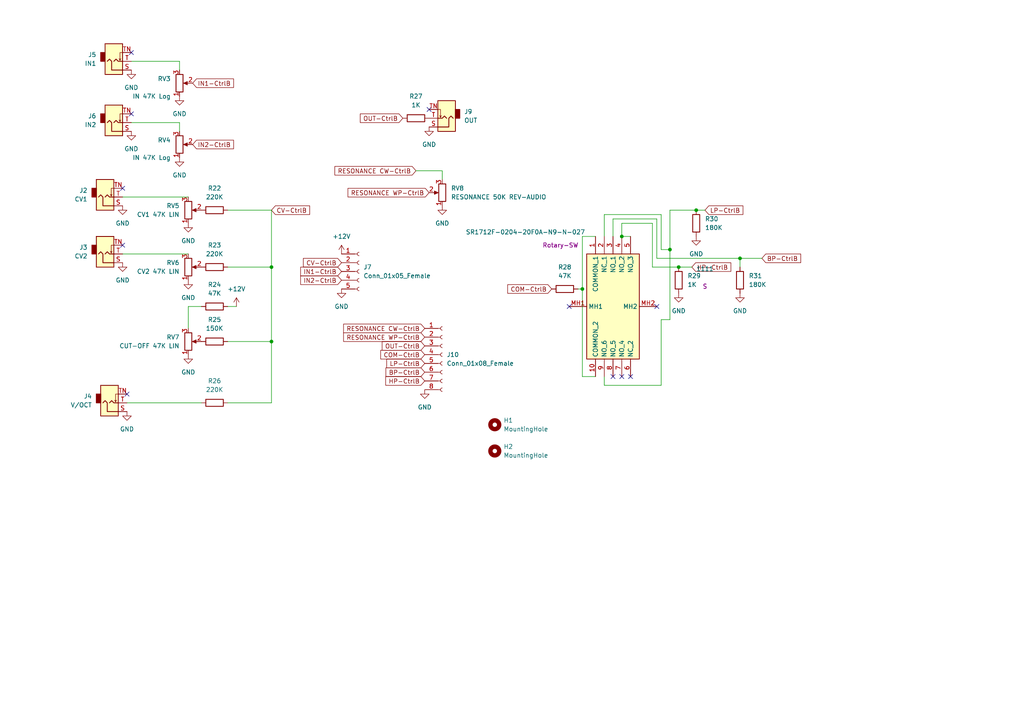
<source format=kicad_sch>
(kicad_sch (version 20211123) (generator eeschema)
  (paper "A4")
  (lib_symbols
    (symbol "Alpha_Rotary_SW:SR1712F-0204-20F0A-N9-N-027"
      (property "Value" "SR1712F-0204-20F0A-N9-N-027" (at 0 0 0))
      (property "Reference_1" "S" (at 21.59 20.32 0))
      (property "Value_1" "SR1712F-0204-20F0A-N9-N-027" (at 21.59 17.78 0))
      (symbol "SR1712F-0204-20F0A-N9-N-027_1_1"
        (rectangle (start 5.08 15.24) (end 20.32 -15.24) (stroke (width 0.254)) (fill (type background)))
        (pin passive line (at 17.78 -20.32 90) (length 5.08) (name "COMMON_1") (number "1"))
        (pin passive line (at 17.78 20.32 270) (length 5.08) (name "COMMON_2") (number "10"))
        (pin passive line (at 15.24 -20.32 90) (length 5.08) (name "NC_1") (number "2"))
        (pin passive line (at 12.7 -20.32 90) (length 5.08) (name "NO_1") (number "3"))
        (pin passive line (at 10.16 -20.32 90) (length 5.08) (name "NO_2") (number "4"))
        (pin passive line (at 7.62 -20.32 90) (length 5.08) (name "NO_3") (number "5"))
        (pin passive line (at 7.62 20.32 270) (length 5.08) (name "NC_2") (number "6"))
        (pin passive line (at 10.16 20.32 270) (length 5.08) (name "NO_4") (number "7"))
        (pin passive line (at 12.7 20.32 270) (length 5.08) (name "NO_5") (number "8"))
        (pin passive line (at 15.24 20.32 270) (length 5.08) (name "NO_6") (number "9"))
        (pin passive line (at 25.4 0 180) (length 5.08) (name "MH1") (number "MH1"))
        (pin passive line (at 0 0 0) (length 5.08) (name "MH2") (number "MH2"))
      )
    )
    (symbol "Connector:AudioJack2_SwitchT"
      (property "Reference" "J" (at 0 8.89 0))
      (property "Value" "AudioJack2_SwitchT" (at 0 6.35 0))
      (symbol "AudioJack2_SwitchT_0_1"
        (rectangle (start -2.54 0) (end -3.81 -2.54) (stroke (width 0.254)) (fill (type outline)))
        (polyline (pts (xy 1.778 -0.254) (xy 2.032 -0.762)))
        (polyline (pts (xy 0 0) (xy 0.635 -0.635) (xy 1.27 0) (xy 2.54 0)) (stroke (width 0.254)))
        (polyline (pts (xy 2.54 -2.54) (xy 1.778 -2.54) (xy 1.778 -0.254) (xy 1.524 -0.762)))
        (polyline (pts (xy 2.54 2.54) (xy -0.635 2.54) (xy -0.635 0) (xy -1.27 -0.635) (xy -1.905 0)) (stroke (width 0.254)))
        (rectangle (start 2.54 3.81) (end -2.54 -5.08) (stroke (width 0.254)) (fill (type background)))
      )
      (symbol "AudioJack2_SwitchT_1_1"
        (pin passive line (at 5.08 2.54 180) (length 2.54) (name "~") (number "S"))
        (pin passive line (at 5.08 0 180) (length 2.54) (name "~") (number "T"))
        (pin passive line (at 5.08 -2.54 180) (length 2.54) (name "~") (number "TN"))
      )
    )
    (symbol "Connector:Conn_01x05_Female" (pin_names (offset 1.016) hide)
      (property "Reference" "J" (at 0 7.62 0))
      (property "Value" "Conn_01x05_Female" (at 0 -7.62 0))
      (symbol "Conn_01x05_Female_1_1"
        (arc (start 0 -4.572) (mid -0.508 -5.08) (end 0 -5.588) (stroke (width 0.1524)))
        (arc (start 0 -2.032) (mid -0.508 -2.54) (end 0 -3.048) (stroke (width 0.1524)))
        (polyline (pts (xy -1.27 -5.08) (xy -0.508 -5.08)) (stroke (width 0.1524)))
        (polyline (pts (xy -1.27 -2.54) (xy -0.508 -2.54)) (stroke (width 0.1524)))
        (polyline (pts (xy -1.27 0) (xy -0.508 0)) (stroke (width 0.1524)))
        (polyline (pts (xy -1.27 2.54) (xy -0.508 2.54)) (stroke (width 0.1524)))
        (polyline (pts (xy -1.27 5.08) (xy -0.508 5.08)) (stroke (width 0.1524)))
        (arc (start 0 0.508) (mid -0.508 0) (end 0 -0.508) (stroke (width 0.1524)))
        (arc (start 0 3.048) (mid -0.508 2.54) (end 0 2.032) (stroke (width 0.1524)))
        (arc (start 0 5.588) (mid -0.508 5.08) (end 0 4.572) (stroke (width 0.1524)))
        (pin passive line (at -5.08 5.08 0) (length 3.81) (name "Pin_1") (number "1"))
        (pin passive line (at -5.08 2.54 0) (length 3.81) (name "Pin_2") (number "2"))
        (pin passive line (at -5.08 0 0) (length 3.81) (name "Pin_3") (number "3"))
        (pin passive line (at -5.08 -2.54 0) (length 3.81) (name "Pin_4") (number "4"))
        (pin passive line (at -5.08 -5.08 0) (length 3.81) (name "Pin_5") (number "5"))
      )
    )
    (symbol "Connector:Conn_01x08_Female" (pin_names (offset 1.016) hide)
      (property "Reference" "J" (at 0 10.16 0))
      (property "Value" "Conn_01x08_Female" (at 0 -12.7 0))
      (symbol "Conn_01x08_Female_1_1"
        (arc (start 0 -9.652) (mid -0.508 -10.16) (end 0 -10.668) (stroke (width 0.1524)))
        (arc (start 0 -7.112) (mid -0.508 -7.62) (end 0 -8.128) (stroke (width 0.1524)))
        (arc (start 0 -4.572) (mid -0.508 -5.08) (end 0 -5.588) (stroke (width 0.1524)))
        (arc (start 0 -2.032) (mid -0.508 -2.54) (end 0 -3.048) (stroke (width 0.1524)))
        (polyline (pts (xy -1.27 -10.16) (xy -0.508 -10.16)) (stroke (width 0.1524)))
        (polyline (pts (xy -1.27 -7.62) (xy -0.508 -7.62)) (stroke (width 0.1524)))
        (polyline (pts (xy -1.27 -5.08) (xy -0.508 -5.08)) (stroke (width 0.1524)))
        (polyline (pts (xy -1.27 -2.54) (xy -0.508 -2.54)) (stroke (width 0.1524)))
        (polyline (pts (xy -1.27 0) (xy -0.508 0)) (stroke (width 0.1524)))
        (polyline (pts (xy -1.27 2.54) (xy -0.508 2.54)) (stroke (width 0.1524)))
        (polyline (pts (xy -1.27 5.08) (xy -0.508 5.08)) (stroke (width 0.1524)))
        (polyline (pts (xy -1.27 7.62) (xy -0.508 7.62)) (stroke (width 0.1524)))
        (arc (start 0 0.508) (mid -0.508 0) (end 0 -0.508) (stroke (width 0.1524)))
        (arc (start 0 3.048) (mid -0.508 2.54) (end 0 2.032) (stroke (width 0.1524)))
        (arc (start 0 5.588) (mid -0.508 5.08) (end 0 4.572) (stroke (width 0.1524)))
        (arc (start 0 8.128) (mid -0.508 7.62) (end 0 7.112) (stroke (width 0.1524)))
        (pin passive line (at -5.08 7.62 0) (length 3.81) (name "Pin_1") (number "1"))
        (pin passive line (at -5.08 5.08 0) (length 3.81) (name "Pin_2") (number "2"))
        (pin passive line (at -5.08 2.54 0) (length 3.81) (name "Pin_3") (number "3"))
        (pin passive line (at -5.08 0 0) (length 3.81) (name "Pin_4") (number "4"))
        (pin passive line (at -5.08 -2.54 0) (length 3.81) (name "Pin_5") (number "5"))
        (pin passive line (at -5.08 -5.08 0) (length 3.81) (name "Pin_6") (number "6"))
        (pin passive line (at -5.08 -7.62 0) (length 3.81) (name "Pin_7") (number "7"))
        (pin passive line (at -5.08 -10.16 0) (length 3.81) (name "Pin_8") (number "8"))
      )
    )
    (symbol "Device:R" (pin_numbers hide) (pin_names (offset 0))
      (property "Reference" "R" (at 2.032 0 90))
      (property "Value" "R" (at 0 0 90))
      (symbol "R_0_1"
        (rectangle (start -1.016 -2.54) (end 1.016 2.54) (stroke (width 0.254)))
      )
      (symbol "R_1_1"
        (pin passive line (at 0 3.81 270) (length 1.27) (name "~") (number "1"))
        (pin passive line (at 0 -3.81 90) (length 1.27) (name "~") (number "2"))
      )
    )
    (symbol "Device:R_Potentiometer" (pin_names (offset 1.016) hide)
      (property "Reference" "RV" (at -4.445 0 90))
      (property "Value" "R_Potentiometer" (at -2.54 0 90))
      (symbol "R_Potentiometer_0_1"
        (polyline (pts (xy 2.54 0) (xy 1.524 0)))
        (polyline (pts (xy 1.143 0) (xy 2.286 0.508) (xy 2.286 -0.508) (xy 1.143 0)) (fill (type outline)))
        (rectangle (start 1.016 2.54) (end -1.016 -2.54) (stroke (width 0.254)))
      )
      (symbol "R_Potentiometer_1_1"
        (pin passive line (at 0 3.81 270) (length 1.27) (name "1") (number "1"))
        (pin passive line (at 3.81 0 180) (length 1.27) (name "2") (number "2"))
        (pin passive line (at 0 -3.81 90) (length 1.27) (name "3") (number "3"))
      )
    )
    (symbol "Mechanical:MountingHole" (pin_names (offset 1.016))
      (property "Reference" "H" (at 0 5.08 0))
      (property "Value" "MountingHole" (at 0 3.175 0))
      (symbol "MountingHole_0_1"
        (circle (center 0 0) (radius 1.27) (stroke (width 1.27)))
      )
    )
    (symbol "power:+12V" (power) (pin_names (offset 0))
      (property "Value" "+12V" (at 0 3.556 0))
      (symbol "+12V_0_1"
        (polyline (pts (xy -0.762 1.27) (xy 0 2.54)))
        (polyline (pts (xy 0 0) (xy 0 2.54)))
        (polyline (pts (xy 0 2.54) (xy 0.762 1.27)))
      )
      (symbol "+12V_1_1"
        (pin power_in line (at 0 0 90) (length 0) hide (name "+12V") (number "1"))
      )
    )
    (symbol "power:GND" (power) (pin_names (offset 0))
      (property "Value" "GND" (at 0 -3.81 0))
      (symbol "GND_0_1"
        (polyline (pts (xy 0 0) (xy 0 -1.27) (xy 1.27 -1.27) (xy 0 -2.54) (xy -1.27 -1.27) (xy 0 -1.27)))
      )
      (symbol "GND_1_1"
        (pin power_in line (at 0 0 270) (length 0) hide (name "GND") (number "1"))
      )
    )
  )
  (junction (at 168.91 83.82))
  (junction (at 78.74 99.06))
  (junction (at 201.93 60.96))
  (junction (at 194.31 72.39))
  (junction (at 78.74 77.47))
  (junction (at 196.85 77.47))
  (junction (at 180.34 68.58))
  (junction (at 214.63 74.93))
  (no_connect (at 36.83 114.3))
  (no_connect (at 177.8 109.22))
  (no_connect (at 182.88 109.22))
  (no_connect (at 124.46 31.75))
  (no_connect (at 165.1 88.9))
  (no_connect (at 35.56 54.61))
  (no_connect (at 35.56 71.12))
  (no_connect (at 38.1 33.02))
  (no_connect (at 180.34 109.22))
  (no_connect (at 38.1 15.24))
  (no_connect (at 190.5 88.9))
  (wire (pts (xy 175.26 62.23) (xy 191.77 62.23)))
  (wire (pts (xy 35.56 73.66) (xy 54.61 73.66)))
  (wire (pts (xy 190.5 63.5) (xy 190.5 74.93)))
  (wire (pts (xy 78.74 99.06) (xy 78.74 77.47)))
  (wire (pts (xy 58.42 116.84) (xy 36.83 116.84)))
  (wire (pts (xy 38.1 35.56) (xy 52.07 35.56)))
  (wire (pts (xy 214.63 74.93) (xy 220.98 74.93)))
  (wire (pts (xy 172.72 68.58) (xy 168.91 68.58)))
  (wire (pts (xy 194.31 72.39) (xy 194.31 60.96)))
  (wire (pts (xy 189.23 77.47) (xy 196.85 77.47)))
  (wire (pts (xy 177.8 63.5) (xy 190.5 63.5)))
  (wire (pts (xy 194.31 92.71) (xy 191.77 92.71)))
  (wire (pts (xy 194.31 60.96) (xy 201.93 60.96)))
  (wire (pts (xy 78.74 60.96) (xy 78.74 77.47)))
  (wire (pts (xy 194.31 72.39) (xy 194.31 92.71)))
  (wire (pts (xy 128.27 49.53) (xy 128.27 52.07)))
  (wire (pts (xy 38.1 17.78) (xy 52.07 17.78)))
  (wire (pts (xy 172.72 109.22) (xy 168.91 109.22)))
  (wire (pts (xy 191.77 62.23) (xy 191.77 72.39)))
  (wire (pts (xy 180.34 68.58) (xy 180.34 64.77)))
  (wire (pts (xy 167.64 83.82) (xy 168.91 83.82)))
  (wire (pts (xy 177.8 68.58) (xy 177.8 63.5)))
  (wire (pts (xy 190.5 74.93) (xy 214.63 74.93)))
  (wire (pts (xy 66.04 60.96) (xy 78.74 60.96)))
  (wire (pts (xy 191.77 72.39) (xy 194.31 72.39)))
  (wire (pts (xy 196.85 77.47) (xy 200.66 77.47)))
  (wire (pts (xy 66.04 99.06) (xy 78.74 99.06)))
  (wire (pts (xy 52.07 17.78) (xy 52.07 20.32)))
  (wire (pts (xy 175.26 68.58) (xy 175.26 62.23)))
  (wire (pts (xy 191.77 111.76) (xy 191.77 92.71)))
  (wire (pts (xy 66.04 116.84) (xy 78.74 116.84)))
  (wire (pts (xy 180.34 64.77) (xy 189.23 64.77)))
  (wire (pts (xy 66.04 88.9) (xy 68.58 88.9)))
  (wire (pts (xy 120.65 49.53) (xy 128.27 49.53)))
  (wire (pts (xy 78.74 77.47) (xy 66.04 77.47)))
  (wire (pts (xy 175.26 111.76) (xy 191.77 111.76)))
  (wire (pts (xy 35.56 57.15) (xy 54.61 57.15)))
  (wire (pts (xy 168.91 68.58) (xy 168.91 83.82)))
  (wire (pts (xy 189.23 64.77) (xy 189.23 77.47)))
  (wire (pts (xy 214.63 77.47) (xy 214.63 74.93)))
  (wire (pts (xy 54.61 95.25) (xy 54.61 88.9)))
  (wire (pts (xy 54.61 88.9) (xy 58.42 88.9)))
  (wire (pts (xy 180.34 68.58) (xy 182.88 68.58)))
  (wire (pts (xy 175.26 109.22) (xy 175.26 111.76)))
  (wire (pts (xy 78.74 116.84) (xy 78.74 99.06)))
  (wire (pts (xy 168.91 83.82) (xy 168.91 109.22)))
  (wire (pts (xy 201.93 60.96) (xy 204.47 60.96)))
  (wire (pts (xy 52.07 35.56) (xy 52.07 38.1)))
  (global_label "OUT-CtrlB" (shape input) (at 116.84 34.29 180) (property "Références Inter-Feuilles" "${INTERSHEET_REFS}" (effects hide)))
  (global_label "LP-CtrlB" (shape input) (at 123.19 105.41 180) (property "Références Inter-Feuilles" "${INTERSHEET_REFS}" (effects hide)))
  (global_label "IN1-CtrlB" (shape input) (at 55.88 24.13 0) (property "Références Inter-Feuilles" "${INTERSHEET_REFS}" (effects hide)))
  (global_label "OUT-CtrlB" (shape input) (at 123.19 100.33 180) (property "Références Inter-Feuilles" "${INTERSHEET_REFS}" (effects hide)))
  (global_label "LP-CtrlB" (shape input) (at 204.47 60.96 0) (property "Références Inter-Feuilles" "${INTERSHEET_REFS}" (effects hide)))
  (global_label "RESONANCE WP-CtrlB" (shape input) (at 124.46 55.88 180) (property "Références Inter-Feuilles" "${INTERSHEET_REFS}" (effects hide)))
  (global_label "RESONANCE CW-CtrlB" (shape input) (at 120.65 49.53 180) (property "Références Inter-Feuilles" "${INTERSHEET_REFS}" (effects hide)))
  (global_label "BP-CtrlB" (shape input) (at 123.19 107.95 180) (property "Références Inter-Feuilles" "${INTERSHEET_REFS}" (effects hide)))
  (global_label "RESONANCE WP-CtrlB" (shape input) (at 123.19 97.79 180) (property "Références Inter-Feuilles" "${INTERSHEET_REFS}" (effects hide)))
  (global_label "IN2-CtrlB" (shape input) (at 55.88 41.91 0) (property "Références Inter-Feuilles" "${INTERSHEET_REFS}" (effects hide)))
  (global_label "CV-CtrlB" (shape input) (at 78.74 60.96 0) (property "Références Inter-Feuilles" "${INTERSHEET_REFS}" (effects hide)))
  (global_label "CV-CtrlB" (shape input) (at 99.06 76.2 180) (property "Références Inter-Feuilles" "${INTERSHEET_REFS}" (effects hide)))
  (global_label "COM-CtrlB" (shape input) (at 160.02 83.82 180) (property "Références Inter-Feuilles" "${INTERSHEET_REFS}" (effects hide)))
  (global_label "IN1-CtrlB" (shape input) (at 99.06 78.74 180) (property "Références Inter-Feuilles" "${INTERSHEET_REFS}" (effects hide)))
  (global_label "BP-CtrlB" (shape input) (at 220.98 74.93 0) (property "Références Inter-Feuilles" "${INTERSHEET_REFS}" (effects hide)))
  (global_label "HP-CtrlB" (shape input) (at 200.66 77.47 0) (property "Références Inter-Feuilles" "${INTERSHEET_REFS}" (effects hide)))
  (global_label "RESONANCE CW-CtrlB" (shape input) (at 123.19 95.25 180) (property "Références Inter-Feuilles" "${INTERSHEET_REFS}" (effects hide)))
  (global_label "IN2-CtrlB" (shape input) (at 99.06 81.28 180) (property "Références Inter-Feuilles" "${INTERSHEET_REFS}" (effects hide)))
  (global_label "HP-CtrlB" (shape input) (at 123.19 110.49 180) (property "Références Inter-Feuilles" "${INTERSHEET_REFS}" (effects hide)))
  (global_label "COM-CtrlB" (shape input) (at 123.19 102.87 180) (property "Références Inter-Feuilles" "${INTERSHEET_REFS}" (effects hide)))
  (symbol (lib_id "Device:R") (at 62.23 77.47 90) (unit 1)
    (property "Reference" "R23" (at 62.23 71.12 90))
    (property "Value" "220K" (at 62.23 73.66 90))
    (property "Footprint" "Resistor_THT:R_Axial_DIN0207_L6.3mm_D2.5mm_P5.08mm_Vertical" (effects hide))
  )
  (symbol (lib_id "power:GND") (at 36.83 119.38 0) (unit 1)
    (property "Reference" "#PWR022" (effects hide))
    (property "Value" "GND" (at 36.83 124.46 0))
  )
  (symbol (lib_id "power:GND") (at 38.1 38.1 0) (unit 1)
    (property "Reference" "#PWR024" (effects hide))
    (property "Value" "GND" (at 38.1 43.18 0))
  )
  (symbol (lib_id "Connector:Conn_01x05_Female") (at 104.14 78.74 0) (unit 1)
    (property "Reference" "J7" (at 105.41 77.4699 0) (effects (justify left)))
    (property "Value" "Conn_01x05_Female" (at 105.41 80.0099 0) (effects (justify left)))
    (property "Footprint" "Connector_PinHeader_2.54mm:PinHeader_1x05_P2.54mm_Vertical" (effects hide))
  )
  (symbol (lib_id "power:GND") (at 54.61 102.87 0) (unit 1)
    (property "Reference" "#PWR029" (effects hide))
    (property "Value" "GND" (at 54.61 107.95 0))
  )
  (symbol (lib_id "power:GND") (at 54.61 81.28 0) (unit 1)
    (property "Reference" "#PWR028" (effects hide))
    (property "Value" "GND" (at 54.61 86.36 0))
  )
  (symbol (lib_id "Device:R") (at 62.23 99.06 90) (unit 1)
    (property "Reference" "R25" (at 62.23 92.71 90))
    (property "Value" "150K" (at 62.23 95.25 90))
    (property "Footprint" "Resistor_THT:R_Axial_DIN0207_L6.3mm_D2.5mm_P5.08mm_Vertical" (effects hide))
  )
  (symbol (lib_id "Device:R") (at 201.93 64.77 180) (unit 1)
    (property "Reference" "R30" (at 204.47 63.4999 0) (effects (justify right)))
    (property "Value" "180K" (at 204.47 66.0399 0) (effects (justify right)))
    (property "Footprint" "Resistor_THT:R_Axial_DIN0207_L6.3mm_D2.5mm_P5.08mm_Vertical" (effects hide))
  )
  (symbol (lib_id "power:GND") (at 38.1 20.32 0) (unit 1)
    (property "Reference" "#PWR023" (effects hide))
    (property "Value" "GND" (at 38.1 25.4 0))
  )
  (symbol (lib_id "Device:R") (at 62.23 88.9 90) (unit 1)
    (property "Reference" "R24" (at 62.23 82.55 90))
    (property "Value" "47K" (at 62.23 85.09 90))
    (property "Footprint" "Resistor_THT:R_Axial_DIN0207_L6.3mm_D2.5mm_P5.08mm_Vertical" (effects hide))
  )
  (symbol (lib_id "Device:R") (at 163.83 83.82 90) (unit 1)
    (property "Reference" "R28" (at 163.83 77.47 90))
    (property "Value" "47K" (at 163.83 80.01 90))
    (property "Footprint" "Resistor_THT:R_Axial_DIN0207_L6.3mm_D2.5mm_P5.08mm_Vertical" (effects hide))
  )
  (symbol (lib_id "power:GND") (at 35.56 59.69 0) (unit 1)
    (property "Reference" "#PWR020" (effects hide))
    (property "Value" "GND" (at 35.56 64.77 0))
  )
  (symbol (lib_id "Device:R_Potentiometer") (at 52.07 24.13 0) (mirror x) (unit 1)
    (property "Reference" "RV3" (at 49.53 22.8599 0) (effects (justify right)))
    (property "Value" "IN 47K Log" (at 49.53 27.94 0) (effects (justify right)))
    (property "Footprint" "Potentiometer_THT:Potentiometer_Alpha_RD901F-40-00D_Single_Vertical" (effects hide))
  )
  (symbol (lib_id "power:GND") (at 124.46 36.83 0) (unit 1)
    (property "Reference" "#PWR034" (effects hide))
    (property "Value" "GND" (at 124.46 41.91 0))
  )
  (symbol (lib_id "Alpha_Rotary_SW:SR1712F-0204-20F0A-N9-N-027") (at 190.5 88.9 180) (unit 1)
    (property "Reference" "1111" (at 204.47 77.9905 0))
    (property "Value" "SR1712F-0204-20F0A-N9-N-027" (at 152.4 67.31 0))
    (property "Footprint" "Button_Switch_THT:SR1712F020420F0AN9N027" (effects hide))
    (property "Reference_1" "S" (at 204.47 83.0705 0))
    (property "Value_1" "Rotary-SW" (at 162.56 71.12 0))
    (property "Footprint_1" "SR1712F020420F0AN9N027" (effects hide))
    (property "Datasheet_1" "https://componentsearchengine.com/Datasheets/1/SR1712F-0204-20F0A-N9-N-027.pdf" (effects hide))
    (property "Height" "27.5" (effects hide))
    (property "Mouser Part Number" "105-SR1712F-24NS" (effects hide))
    (property "Mouser Price/Stock" "https://www.mouser.co.uk/ProductDetail/Alpha-Taiwan/SR1712F-0204-20F0A-N9-N-027?qs=8%252Br4Hz5Xir8jgfyVwPHVzQ%3D%3D" (effects hide))
    (property "Manufacturer_Name" "Alpha (Taiwan)" (effects hide))
    (property "Manufacturer_Part_Number" "SR1712F-0204-20F0A-N9-N-027" (effects hide))
  )
  (symbol (lib_id "Device:R_Potentiometer") (at 54.61 60.96 0) (mirror x) (unit 1)
    (property "Reference" "RV5" (at 52.07 59.6899 0) (effects (justify right)))
    (property "Value" "CV1 47K LIN" (at 52.07 62.2299 0) (effects (justify right)))
    (property "Footprint" "Potentiometer_THT:Potentiometer_Alpha_RD901F-40-00D_Single_Vertical" (effects hide))
  )
  (symbol (lib_id "power:GND") (at 201.93 68.58 0) (unit 1)
    (property "Reference" "#PWR038" (effects hide))
    (property "Value" "GND" (at 201.93 73.66 0))
  )
  (symbol (lib_id "Mechanical:MountingHole") (at 143.51 123.19 0) (unit 1)
    (property "Reference" "H1" (at 146.05 121.9199 0) (effects (justify left)))
    (property "Value" "MountingHole" (at 146.05 124.4599 0) (effects (justify left)))
    (property "Footprint" "MountingHole:MountingHole_3.2mm_M3" (effects hide))
  )
  (symbol (lib_id "Device:R_Potentiometer") (at 54.61 99.06 0) (mirror x) (unit 1)
    (property "Reference" "RV7" (at 52.07 97.7899 0) (effects (justify right)))
    (property "Value" "CUT-OFF 47K LIN" (at 52.07 100.3299 0) (effects (justify right)))
    (property "Footprint" "Potentiometer_THT:Potentiometer_Alpha_RD901F-40-00D_Single_Vertical" (effects hide))
  )
  (symbol (lib_id "power:GND") (at 128.27 59.69 0) (unit 1)
    (property "Reference" "#PWR035" (effects hide))
    (property "Value" "GND" (at 128.27 64.77 0))
  )
  (symbol (lib_id "Device:R_Potentiometer") (at 54.61 77.47 0) (mirror x) (unit 1)
    (property "Reference" "RV6" (at 52.07 76.1999 0) (effects (justify right)))
    (property "Value" "CV2 47K LIN" (at 52.07 78.7399 0) (effects (justify right)))
    (property "Footprint" "Potentiometer_THT:Potentiometer_Alpha_RD901F-40-00D_Single_Vertical" (effects hide))
  )
  (symbol (lib_id "power:GND") (at 123.19 113.03 0) (unit 1)
    (property "Reference" "#PWR036" (effects hide))
    (property "Value" "GND" (at 123.19 118.11 0))
  )
  (symbol (lib_id "Connector:Conn_01x08_Female") (at 128.27 102.87 0) (unit 1)
    (property "Reference" "J10" (at 129.54 102.8699 0) (effects (justify left)))
    (property "Value" "Conn_01x08_Female" (at 129.54 105.4099 0) (effects (justify left)))
    (property "Footprint" "Connector_PinHeader_2.54mm:PinHeader_1x08_P2.54mm_Vertical" (effects hide))
  )
  (symbol (lib_id "power:GND") (at 52.07 27.94 0) (unit 1)
    (property "Reference" "#PWR025" (effects hide))
    (property "Value" "GND" (at 52.07 33.02 0))
  )
  (symbol (lib_id "Device:R") (at 196.85 81.28 180) (unit 1)
    (property "Reference" "R29" (at 199.39 80.0099 0) (effects (justify right)))
    (property "Value" "1K" (at 199.39 82.5499 0) (effects (justify right)))
    (property "Footprint" "Resistor_THT:R_Axial_DIN0207_L6.3mm_D2.5mm_P5.08mm_Vertical" (effects hide))
  )
  (symbol (lib_id "Connector:AudioJack2_SwitchT") (at 30.48 57.15 0) (mirror x) (unit 1)
    (property "Reference" "J2" (at 25.4 55.2449 0) (effects (justify right)))
    (property "Value" "CV1" (at 25.4 57.7849 0) (effects (justify right)))
    (property "Footprint" "Audio_Jack:Jack_3.5mm_QingPu_WQP-PJ398SM_Vertical" (effects hide))
  )
  (symbol (lib_id "Device:R") (at 120.65 34.29 90) (unit 1)
    (property "Reference" "R27" (at 120.65 27.94 90))
    (property "Value" "1K" (at 120.65 30.48 90))
    (property "Footprint" "Resistor_THT:R_Axial_DIN0207_L6.3mm_D2.5mm_P5.08mm_Vertical" (effects hide))
  )
  (symbol (lib_id "Device:R_Potentiometer") (at 128.27 55.88 180) (unit 1)
    (property "Reference" "RV8" (at 130.81 54.6099 0) (effects (justify right)))
    (property "Value" "RESONANCE 50K REV-AUDIO" (at 130.81 57.1499 0) (effects (justify right)))
    (property "Footprint" "Potentiometer_THT:Potentiometer_Alpha_RD901F-40-00D_Single_Vertical" (effects hide))
  )
  (symbol (lib_id "Device:R") (at 214.63 81.28 180) (unit 1)
    (property "Reference" "R31" (at 217.17 80.0099 0) (effects (justify right)))
    (property "Value" "180K" (at 217.17 82.5499 0) (effects (justify right)))
    (property "Footprint" "Resistor_THT:R_Axial_DIN0207_L6.3mm_D2.5mm_P5.08mm_Vertical" (effects hide))
  )
  (symbol (lib_id "power:+12V") (at 68.58 88.9 0) (unit 1)
    (property "Reference" "#PWR030" (effects hide))
    (property "Value" "+12V" (at 68.58 83.82 0))
  )
  (symbol (lib_id "Connector:AudioJack2_SwitchT") (at 129.54 34.29 180) (unit 1)
    (property "Reference" "J9" (at 134.62 32.3849 0) (effects (justify right)))
    (property "Value" "OUT" (at 134.62 34.9249 0) (effects (justify right)))
    (property "Footprint" "Audio_Jack:Jack_3.5mm_QingPu_WQP-PJ398SM_Vertical" (effects hide))
  )
  (symbol (lib_id "power:GND") (at 214.63 85.09 0) (unit 1)
    (property "Reference" "#PWR039" (effects hide))
    (property "Value" "GND" (at 214.63 90.17 0))
  )
  (symbol (lib_id "Connector:AudioJack2_SwitchT") (at 33.02 17.78 0) (mirror x) (unit 1)
    (property "Reference" "J5" (at 27.94 15.8749 0) (effects (justify right)))
    (property "Value" "IN1" (at 27.94 18.4149 0) (effects (justify right)))
    (property "Footprint" "Audio_Jack:Jack_3.5mm_QingPu_WQP-PJ398SM_Vertical" (effects hide))
  )
  (symbol (lib_id "power:GND") (at 52.07 45.72 0) (unit 1)
    (property "Reference" "#PWR026" (effects hide))
    (property "Value" "GND" (at 52.07 50.8 0))
  )
  (symbol (lib_id "Device:R") (at 62.23 116.84 90) (unit 1)
    (property "Reference" "R26" (at 62.23 110.49 90))
    (property "Value" "220K" (at 62.23 113.03 90))
    (property "Footprint" "Resistor_THT:R_Axial_DIN0207_L6.3mm_D2.5mm_P5.08mm_Vertical" (effects hide))
  )
  (symbol (lib_id "power:GND") (at 35.56 76.2 0) (unit 1)
    (property "Reference" "#PWR021" (effects hide))
    (property "Value" "GND" (at 35.56 81.28 0))
  )
  (symbol (lib_id "Mechanical:MountingHole") (at 143.51 130.81 0) (unit 1)
    (property "Reference" "H2" (at 146.05 129.5399 0) (effects (justify left)))
    (property "Value" "MountingHole" (at 146.05 132.0799 0) (effects (justify left)))
    (property "Footprint" "MountingHole:MountingHole_3.2mm_M3" (effects hide))
  )
  (symbol (lib_id "power:+12V") (at 99.06 73.66 0) (unit 1)
    (property "Reference" "#PWR031" (effects hide))
    (property "Value" "+12V" (at 99.06 68.58 0))
  )
  (symbol (lib_id "Connector:AudioJack2_SwitchT") (at 30.48 73.66 0) (mirror x) (unit 1)
    (property "Reference" "J3" (at 25.4 71.7549 0) (effects (justify right)))
    (property "Value" "CV2" (at 25.4 74.2949 0) (effects (justify right)))
    (property "Footprint" "Audio_Jack:Jack_3.5mm_QingPu_WQP-PJ398SM_Vertical" (effects hide))
  )
  (symbol (lib_id "Connector:AudioJack2_SwitchT") (at 31.75 116.84 0) (mirror x) (unit 1)
    (property "Reference" "J4" (at 26.67 114.9349 0) (effects (justify right)))
    (property "Value" "V/OCT" (at 26.67 117.4749 0) (effects (justify right)))
    (property "Footprint" "Audio_Jack:Jack_3.5mm_QingPu_WQP-PJ398SM_Vertical" (effects hide))
  )
  (symbol (lib_id "power:GND") (at 54.61 64.77 0) (unit 1)
    (property "Reference" "#PWR027" (effects hide))
    (property "Value" "GND" (at 54.61 69.85 0))
  )
  (symbol (lib_id "Device:R") (at 62.23 60.96 90) (unit 1)
    (property "Reference" "R22" (at 62.23 54.61 90))
    (property "Value" "220K" (at 62.23 57.15 90))
    (property "Footprint" "Resistor_THT:R_Axial_DIN0207_L6.3mm_D2.5mm_P5.08mm_Vertical" (effects hide))
  )
  (symbol (lib_id "power:GND") (at 99.06 83.82 0) (unit 1)
    (property "Reference" "#PWR032" (effects hide))
    (property "Value" "GND" (at 99.06 88.9 0))
  )
  (symbol (lib_id "Connector:AudioJack2_SwitchT") (at 33.02 35.56 0) (mirror x) (unit 1)
    (property "Reference" "J6" (at 27.94 33.6549 0) (effects (justify right)))
    (property "Value" "IN2" (at 27.94 36.1949 0) (effects (justify right)))
    (property "Footprint" "Audio_Jack:Jack_3.5mm_QingPu_WQP-PJ398SM_Vertical" (effects hide))
  )
  (symbol (lib_id "Device:R_Potentiometer") (at 52.07 41.91 0) (mirror x) (unit 1)
    (property "Reference" "RV4" (at 49.53 40.6399 0) (effects (justify right)))
    (property "Value" "IN 47K Log" (at 49.53 45.72 0) (effects (justify right)))
    (property "Footprint" "Potentiometer_THT:Potentiometer_Alpha_RD901F-40-00D_Single_Vertical" (effects hide))
  )
  (symbol (lib_id "power:GND") (at 196.85 85.09 0) (unit 1)
    (property "Reference" "#PWR037" (effects hide))
    (property "Value" "GND" (at 196.85 90.17 0))
  )
)
</source>
